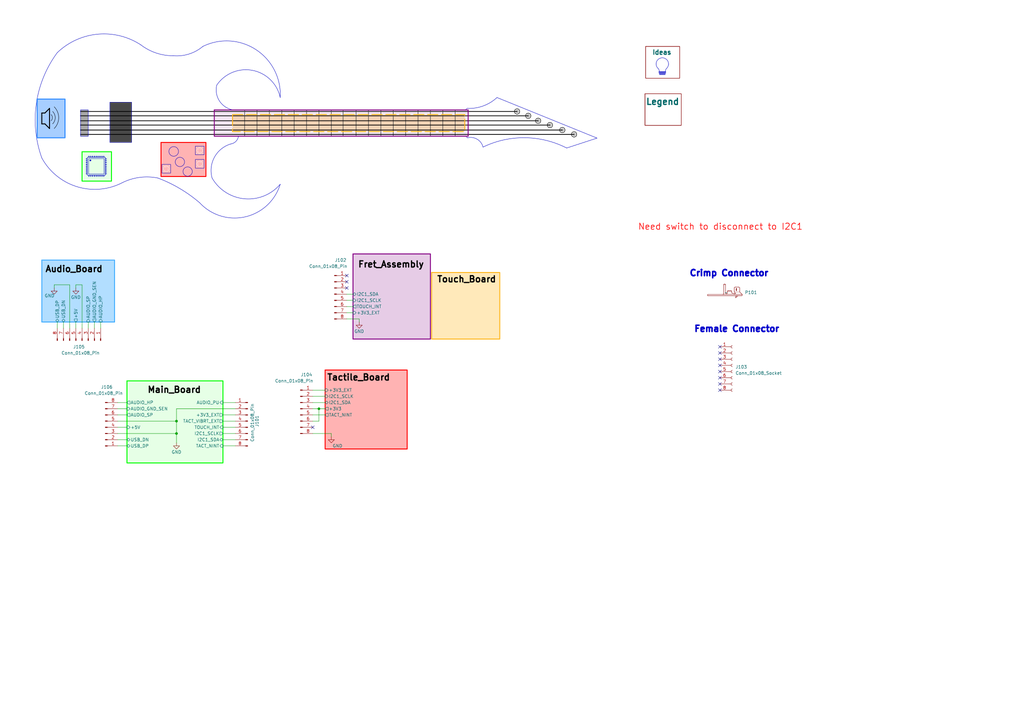
<source format=kicad_sch>
(kicad_sch (version 20230121) (generator eeschema)
  (paper "A3")
  (title_block (title "Root") (date "2023-08-07") (rev "1") (company "Beep Boop"))
  (lib_symbols
    (symbol "Beacon_Library:Crimp"
      (property "Reference" "P" (at 0 5.08 0))
      (symbol "Crimp_0_1"
        (arc (start -1.27 -0.762) (mid -1.0831 -0.6949) (end -1.016 -0.508))
        (arc (start -0.254 -0.254) (mid 0.127 -0.4841) (end 0.508 -0.254))
        (arc (start -0.254 3.302) (mid -0.635 3.5335) (end -1.016 3.302))
        (polyline (pts (xy -1.016 3.302) (xy -1.016 -0.508)))
        (polyline (pts (xy -0.254 -0.254) (xy -0.254 3.302)))
        (polyline (pts (xy 0.508 0.508) (xy 0.508 -0.254)))
        (polyline (pts (xy 2.032 0.762) (xy 0.762 0.762)))
        (polyline (pts (xy 2.286 0) (xy 2.286 0.508)))
        (polyline (pts (xy 3.302 1.778) (xy 3.302 0.508)))
        (polyline (pts (xy 3.556 -0.508) (xy 2.54 -0.254)))
        (polyline (pts (xy 3.556 0) (xy 3.81 -0.254)))
        (polyline (pts (xy 4.318 -1.27) (xy 4.826 -1.27)))
        (polyline (pts (xy 5.08 2.286) (xy 3.81 2.286)))
        (polyline (pts (xy 6.604 -1.016) (xy 6.604 -0.762) (xy 5.588 0.254) (xy 5.588 1.778)))
        (polyline (pts (xy -1.27 -0.762) (xy -7.62 -0.762) (xy -7.62 -1.27) (xy 4.318 -1.27) (xy 3.81 -1.778) (xy 3.937 -2.159) (xy 4.826 -1.27) (xy 6.35 -1.27)))
        (arc (start 0.762 0.762) (mid 0.5824 0.6876) (end 0.508 0.508))
        (arc (start 2.286 0) (mid 2.3687 -0.1713) (end 2.54 -0.254))
        (arc (start 2.286 0.508) (mid 2.2116 0.6876) (end 2.032 0.762))
        (arc (start 3.302 0.508) (mid 3.3807 0.2299) (end 3.556 0))
        (arc (start 3.556 -0.508) (mid 3.7654 -0.4634) (end 3.81 -0.254))
        (arc (start 3.81 2.286) (mid 3.4508 2.1372) (end 3.302 1.778))
        (arc (start 5.588 1.778) (mid 5.4392 2.1372) (end 5.08 2.286))
        (arc (start 6.35 -1.27) (mid 6.5296 -1.1956) (end 6.604 -1.016))
      )
      (symbol "Crimp_1_1"
        (polyline (pts (xy -1.143 -0.762) (xy 6.604 -0.762)))
        (polyline (pts (xy -0.254 3.302) (xy -1.016 3.302)) (stroke (width 0.0508)))
        (polyline (pts (xy 2.286 0.508) (xy 0.508 0.508)) (stroke (width 0.0508)))
        (polyline (pts (xy 5.588 0.254) (xy 3.429 0.254)) (stroke (width 0.0508)))
        (polyline (pts (xy 4.064 1.778) (xy 4.064 0.762) (xy 4.318 0.762) (xy 4.318 1.778) (xy 4.064 1.778)) (stroke (width 0.0762)) (fill (type outline)))
      )
    )
    (symbol "Connector:Conn_01x08_Pin" (pin_names (offset 1.016) hide)
      (property "Reference" "J" (at 0 10.16 0))
      (property "Value" "Conn_01x08_Pin" (at 0 -12.7 0))
      (symbol "Conn_01x08_Pin_1_1"
        (polyline (pts (xy 1.27 -10.16) (xy 0.8636 -10.16)) (stroke (width 0.1524)))
        (polyline (pts (xy 1.27 -7.62) (xy 0.8636 -7.62)) (stroke (width 0.1524)))
        (polyline (pts (xy 1.27 -5.08) (xy 0.8636 -5.08)) (stroke (width 0.1524)))
        (polyline (pts (xy 1.27 -2.54) (xy 0.8636 -2.54)) (stroke (width 0.1524)))
        (polyline (pts (xy 1.27 0) (xy 0.8636 0)) (stroke (width 0.1524)))
        (polyline (pts (xy 1.27 2.54) (xy 0.8636 2.54)) (stroke (width 0.1524)))
        (polyline (pts (xy 1.27 5.08) (xy 0.8636 5.08)) (stroke (width 0.1524)))
        (polyline (pts (xy 1.27 7.62) (xy 0.8636 7.62)) (stroke (width 0.1524)))
        (rectangle (start 0.8636 -10.033) (end 0 -10.287) (stroke (width 0.1524)) (fill (type outline)))
        (rectangle (start 0.8636 -7.493) (end 0 -7.747) (stroke (width 0.1524)) (fill (type outline)))
        (rectangle (start 0.8636 -4.953) (end 0 -5.207) (stroke (width 0.1524)) (fill (type outline)))
        (rectangle (start 0.8636 -2.413) (end 0 -2.667) (stroke (width 0.1524)) (fill (type outline)))
        (rectangle (start 0.8636 0.127) (end 0 -0.127) (stroke (width 0.1524)) (fill (type outline)))
        (rectangle (start 0.8636 2.667) (end 0 2.413) (stroke (width 0.1524)) (fill (type outline)))
        (rectangle (start 0.8636 5.207) (end 0 4.953) (stroke (width 0.1524)) (fill (type outline)))
        (rectangle (start 0.8636 7.747) (end 0 7.493) (stroke (width 0.1524)) (fill (type outline)))
        (pin passive line (at 5.08 7.62 180) (length 3.81) (name "Pin_1") (number "1"))
        (pin passive line (at 5.08 5.08 180) (length 3.81) (name "Pin_2") (number "2"))
        (pin passive line (at 5.08 2.54 180) (length 3.81) (name "Pin_3") (number "3"))
        (pin passive line (at 5.08 0 180) (length 3.81) (name "Pin_4") (number "4"))
        (pin passive line (at 5.08 -2.54 180) (length 3.81) (name "Pin_5") (number "5"))
        (pin passive line (at 5.08 -5.08 180) (length 3.81) (name "Pin_6") (number "6"))
        (pin passive line (at 5.08 -7.62 180) (length 3.81) (name "Pin_7") (number "7"))
        (pin passive line (at 5.08 -10.16 180) (length 3.81) (name "Pin_8") (number "8"))
      )
    )
    (symbol "Connector:Conn_01x08_Socket" (pin_names (offset 1.016) hide)
      (property "Reference" "J" (at 0 10.16 0))
      (property "Value" "Conn_01x08_Socket" (at 0 -12.7 0))
      (symbol "Conn_01x08_Socket_1_1"
        (arc (start 0 -9.652) (mid -0.5058 -10.16) (end 0 -10.668) (stroke (width 0.1524)))
        (arc (start 0 -7.112) (mid -0.5058 -7.62) (end 0 -8.128) (stroke (width 0.1524)))
        (arc (start 0 -4.572) (mid -0.5058 -5.08) (end 0 -5.588) (stroke (width 0.1524)))
        (arc (start 0 -2.032) (mid -0.5058 -2.54) (end 0 -3.048) (stroke (width 0.1524)))
        (polyline (pts (xy -1.27 -10.16) (xy -0.508 -10.16)) (stroke (width 0.1524)))
        (polyline (pts (xy -1.27 -7.62) (xy -0.508 -7.62)) (stroke (width 0.1524)))
        (polyline (pts (xy -1.27 -5.08) (xy -0.508 -5.08)) (stroke (width 0.1524)))
        (polyline (pts (xy -1.27 -2.54) (xy -0.508 -2.54)) (stroke (width 0.1524)))
        (polyline (pts (xy -1.27 0) (xy -0.508 0)) (stroke (width 0.1524)))
        (polyline (pts (xy -1.27 2.54) (xy -0.508 2.54)) (stroke (width 0.1524)))
        (polyline (pts (xy -1.27 5.08) (xy -0.508 5.08)) (stroke (width 0.1524)))
        (polyline (pts (xy -1.27 7.62) (xy -0.508 7.62)) (stroke (width 0.1524)))
        (arc (start 0 0.508) (mid -0.5058 0) (end 0 -0.508) (stroke (width 0.1524)))
        (arc (start 0 3.048) (mid -0.5058 2.54) (end 0 2.032) (stroke (width 0.1524)))
        (arc (start 0 5.588) (mid -0.5058 5.08) (end 0 4.572) (stroke (width 0.1524)))
        (arc (start 0 8.128) (mid -0.5058 7.62) (end 0 7.112) (stroke (width 0.1524)))
        (pin passive line (at -5.08 7.62 0) (length 3.81) (name "Pin_1") (number "1"))
        (pin passive line (at -5.08 5.08 0) (length 3.81) (name "Pin_2") (number "2"))
        (pin passive line (at -5.08 2.54 0) (length 3.81) (name "Pin_3") (number "3"))
        (pin passive line (at -5.08 0 0) (length 3.81) (name "Pin_4") (number "4"))
        (pin passive line (at -5.08 -2.54 0) (length 3.81) (name "Pin_5") (number "5"))
        (pin passive line (at -5.08 -5.08 0) (length 3.81) (name "Pin_6") (number "6"))
        (pin passive line (at -5.08 -7.62 0) (length 3.81) (name "Pin_7") (number "7"))
        (pin passive line (at -5.08 -10.16 0) (length 3.81) (name "Pin_8") (number "8"))
      )
    )
    (symbol "power:GND" (power) (pin_names (offset 0))
      (property "Value" "GND" (at 0 -3.81 0))
      (symbol "GND_0_1"
        (polyline (pts (xy 0 0) (xy 0 -1.27) (xy 1.27 -1.27) (xy 0 -2.54) (xy -1.27 -1.27) (xy 0 -1.27)))
      )
      (symbol "GND_1_1"
        (pin power_in line (at 0 0 270) (length 0) hide (name "GND") (number "1"))
      )
    )
  )
  (junction (at 72.39 177.8))
  (junction (at 72.39 172.72))
  (junction (at 130.81 167.64))
  (no_connect (at 295.275 152.4))
  (no_connect (at 142.24 113.03))
  (no_connect (at 295.275 144.78))
  (no_connect (at 295.275 142.24))
  (no_connect (at 295.275 160.02))
  (no_connect (at 128.27 175.26))
  (no_connect (at 295.275 147.32))
  (no_connect (at 295.275 154.94))
  (no_connect (at 142.24 115.57))
  (no_connect (at 295.275 157.48))
  (no_connect (at 142.24 118.11))
  (no_connect (at 295.275 149.86))
  (wire (pts (xy 130.81 167.64) (xy 130.81 172.72)))
  (wire (pts (xy 48.26 180.34) (xy 52.07 180.34)))
  (wire (pts (xy 142.24 120.65) (xy 144.78 120.65)))
  (polyline (pts (xy 33.02 45.72) (xy 212.09 45.72)) (stroke (width 0.3048) (color 0 0 0 1)))
  (wire (pts (xy 128.27 170.18) (xy 133.35 170.18)))
  (wire (pts (xy 147.32 130.81) (xy 147.32 132.08)))
  (wire (pts (xy 91.44 172.72) (xy 96.52 172.72)))
  (wire (pts (xy 91.44 170.18) (xy 96.52 170.18)))
  (polyline (pts (xy 120.65 45.212) (xy 120.65 55.88)) (stroke (width 0.2286) (color 72 72 72 1)))
  (wire (pts (xy 48.26 177.8) (xy 72.39 177.8)))
  (polyline (pts (xy 33.02 49.53) (xy 220.726 49.53)) (stroke (width 0.3048) (color 0 0 0 1)))
  (wire (pts (xy 91.44 182.88) (xy 96.52 182.88)))
  (wire (pts (xy 142.24 123.19) (xy 144.78 123.19)))
  (polyline (pts (xy 20.32 44.45) (xy 20.32 52.705)) (stroke (width 0.381) (color 0 0 0 1)))
  (wire (pts (xy 135.89 177.8) (xy 128.27 177.8)))
  (wire (pts (xy 31.115 132.08) (xy 31.115 134.62)))
  (wire (pts (xy 91.44 165.1) (xy 96.52 165.1)))
  (wire (pts (xy 128.27 167.64) (xy 130.81 167.64)))
  (polyline (pts (xy 151.13 45.212) (xy 151.13 55.88)) (stroke (width 0.2286) (color 72 72 72 1)))
  (polyline (pts (xy 33.02 55.118) (xy 235.458 55.118)) (stroke (width 0.3048) (color 0 0 0 1)))
  (wire (pts (xy 41.275 132.08) (xy 41.275 134.62)))
  (wire (pts (xy 36.195 132.08) (xy 36.195 134.62)))
  (wire (pts (xy 128.27 165.1) (xy 133.35 165.1)))
  (polyline (pts (xy 161.29 45.212) (xy 161.29 55.88)) (stroke (width 0.2286) (color 72 72 72 1)))
  (wire (pts (xy 31.115 116.84) (xy 31.115 118.11)))
  (polyline (pts (xy 186.69 45.212) (xy 186.69 55.88)) (stroke (width 0.2286) (color 72 72 72 1)))
  (wire (pts (xy 38.735 132.08) (xy 38.735 134.62)))
  (wire (pts (xy 72.39 172.72) (xy 72.39 177.8)))
  (polyline (pts (xy 18.415 50.8) (xy 20.32 52.705)) (stroke (width 0.381) (color 0 0 0 1)))
  (polyline (pts (xy 203.835 40.005) (xy 244.856 56.642)))
  (polyline (pts (xy 135.89 45.212) (xy 135.89 55.88)) (stroke (width 0.2286) (color 72 72 72 1)))
  (wire (pts (xy 26.035 132.08) (xy 26.035 134.62)))
  (wire (pts (xy 91.44 175.26) (xy 96.52 175.26)))
  (polyline (pts (xy 105.41 45.212) (xy 105.41 55.88)) (stroke (width 0.2286) (color 72 72 72 1)))
  (wire (pts (xy 22.225 116.84) (xy 28.575 116.84)))
  (wire (pts (xy 91.44 177.8) (xy 96.52 177.8)))
  (polyline (pts (xy 156.21 45.212) (xy 156.21 55.88)) (stroke (width 0.2286) (color 72 72 72 1)))
  (wire (pts (xy 135.89 179.07) (xy 135.89 177.8)))
  (polyline (pts (xy 166.37 45.212) (xy 166.37 55.88)) (stroke (width 0.2286) (color 72 72 72 1)))
  (wire (pts (xy 48.26 172.72) (xy 72.39 172.72)))
  (wire (pts (xy 48.26 167.64) (xy 52.07 167.64)))
  (wire (pts (xy 72.39 167.64) (xy 72.39 172.72)))
  (wire (pts (xy 48.26 170.18) (xy 52.07 170.18)))
  (wire (pts (xy 128.27 172.72) (xy 130.81 172.72)))
  (wire (pts (xy 128.27 160.02) (xy 133.35 160.02)))
  (wire (pts (xy 22.225 116.84) (xy 22.225 118.11)))
  (wire (pts (xy 33.655 116.84) (xy 33.655 134.62)))
  (wire (pts (xy 142.24 130.81) (xy 147.32 130.81)))
  (polyline (pts (xy 17.145 50.8) (xy 18.415 50.8)) (stroke (width 0.381) (color 0 0 0 1)))
  (polyline (pts (xy 270.256 29.7942) (xy 273.05 29.7942)) (stroke (width 0.254)))
  (wire (pts (xy 91.44 180.34) (xy 96.52 180.34)))
  (polyline (pts (xy 171.45 45.212) (xy 171.45 55.88)) (stroke (width 0.2286) (color 72 72 72 1)))
  (polyline (pts (xy 33.02 51.308) (xy 225.552 51.308)) (stroke (width 0.3048) (color 0 0 0 1)))
  (polyline (pts (xy 270.383 30.1752) (xy 272.923 30.1752)) (stroke (width 0.254)))
  (wire (pts (xy 142.24 125.73) (xy 144.78 125.73)))
  (polyline (pts (xy 244.856 56.642) (xy 232.41 60.706)))
  (polyline (pts (xy 33.02 53.34) (xy 230.632 53.34)) (stroke (width 0.3048) (color 0 0 0 1)))
  (wire (pts (xy 31.115 116.84) (xy 33.655 116.84)))
  (polyline (pts (xy 181.61 45.212) (xy 181.61 55.88)) (stroke (width 0.2286) (color 72 72 72 1)))
  (polyline (pts (xy 20.32 44.45) (xy 18.415 46.355)) (stroke (width 0.381) (color 0 0 0 1)))
  (polyline (pts (xy 270.51 30.5562) (xy 272.796 30.5562)) (stroke (width 0.254)))
  (wire (pts (xy 48.26 165.1) (xy 52.07 165.1)))
  (wire (pts (xy 48.26 175.26) (xy 52.07 175.26)))
  (polyline (pts (xy 33.02 47.498) (xy 216.662 47.498)) (stroke (width 0.3048) (color 0 0 0 1)))
  (polyline (pts (xy 125.73 45.212) (xy 125.73 55.88)) (stroke (width 0.2286) (color 72 72 72 1)))
  (polyline (pts (xy 115.57 45.212) (xy 115.57 55.88)) (stroke (width 0.2286) (color 72 72 72 1)))
  (wire (pts (xy 72.39 167.64) (xy 96.52 167.64)))
  (polyline (pts (xy 140.716 45.212) (xy 140.716 55.88)) (stroke (width 0.2286) (color 72 72 72 1)))
  (polyline (pts (xy 100.33 45.212) (xy 100.33 55.88)) (stroke (width 0.2286) (color 72 72 72 1)))
  (wire (pts (xy 128.27 162.56) (xy 133.35 162.56)))
  (polyline (pts (xy 18.415 46.355) (xy 17.145 46.355)) (stroke (width 0.381) (color 0 0 0 1)))
  (wire (pts (xy 142.24 128.27) (xy 144.78 128.27)))
  (wire (pts (xy 28.575 116.84) (xy 28.575 134.62)))
  (wire (pts (xy 130.81 167.64) (xy 133.35 167.64)))
  (polyline (pts (xy 110.49 45.212) (xy 110.49 55.88)) (stroke (width 0.2286) (color 72 72 72 1)))
  (polyline (pts (xy 146.05 45.212) (xy 146.05 55.88)) (stroke (width 0.2286) (color 72 72 72 1)))
  (wire (pts (xy 23.495 132.08) (xy 23.495 134.62)))
  (polyline (pts (xy 17.145 46.355) (xy 17.145 50.8)) (stroke (width 0.381) (color 0 0 0 1)))
  (polyline (pts (xy 176.53 45.212) (xy 176.53 55.88)) (stroke (width 0.2286) (color 72 72 72 1)))
  (polyline (pts (xy 130.81 45.212) (xy 130.81 55.88)) (stroke (width 0.2286) (color 72 72 72 1)))
  (wire (pts (xy 72.39 177.8) (xy 72.39 181.61)))
  (wire (pts (xy 48.26 182.88) (xy 52.07 182.88)))
  (polyline (pts (xy 270.256 29.4132) (xy 273.05 29.4132)) (stroke (width 0.254)))
  (rectangle (start 35.814 70.358) (end 35.306 70.612))
  (rectangle (start 36.322 71.882) (end 36.576 72.39))
  (arc (start 191.77 56.515) (mid 195.7307 57.107) (end 198.12 60.325))
  (arc (start 203.835 40.005) (mid 198.2445 43.427) (end 191.77 44.45))
  (circle (center 76.962 70.358) (radius 1.905))
  (rectangle (start 40.894 71.882) (end 41.148 72.39))
  (arc (start 71.12 22.86) (mid 64.0815 21.7506) (end 57.785 18.415))
  (arc (start 269.875 28.0162) (mid 270.2869 28.6576) (end 270.383 29.4132))
  (arc (start 50.165 74.93) (mid 57.3084 72.7574) (end 64.77 73.025))
  (rectangle (start 43.688 69.596) (end 43.18 69.85))
  (circle (center 80.645 68.453) (radius 0.0001) (stroke (width 0) (color 255 255 255 1)))
  (rectangle (start 43.688 66.548) (end 43.18 66.802))
  (rectangle (start 35.814 67.31) (end 35.306 67.564))
  (circle (center 83.185 65.913) (radius 0.0001) (stroke (width 0) (color 255 255 255 1)))
  (arc (start 83.185 19.05) (mid 105.0715 20.4192) (end 114.935 40.005))
  (rectangle (start 35.814 68.834) (end 35.306 69.088))
  (rectangle (start 87.884 45.085) (end 192.024 55.88) (stroke (width 0.381) (color 132 0 132 1)) (fill (type color) (color 132 0 132 0.1)))
  (circle (center 69.469 70.485) (radius 0.0001) (stroke (width 0) (color 255 255 255 1)))
  (arc (start 50.165 74.93) (mid 31.5869 76.5714) (end 17.145 64.77))
  (circle (center 220.726 49.53) (radius 1.1359) (stroke (width 0) (color 0 0 0 1)) (fill (type color) (color 194 194 194 1)))
  (arc (start 274.193 26.4922) (mid 273.9355 27.3158) (end 273.431 28.0162))
  (circle (center 73.787 66.421) (radius 1.905))
  (rectangle (start 39.37 64.008) (end 39.624 64.516))
  (rectangle (start 35.814 64.516) (end 43.18 71.882))
  (circle (center 216.662 47.498) (radius 1.1359) (stroke (width 0) (color 0 0 0 1)) (fill (type color) (color 194 194 194 1)))
  (circle (center 71.247 62.103) (radius 1.9716))
  (rectangle (start 43.688 70.358) (end 43.18 70.612))
  (circle (center 80.645 65.913) (radius 0.0001) (stroke (width 0) (color 255 255 255 1)))
  (arc (start 83.185 19.05) (mid 77.5306 22.1517) (end 71.12 22.86))
  (rectangle (start 43.688 65.024) (end 43.18 65.278))
  (arc (start 97.79 55.88) (mid 96.7345 57.9995) (end 94.615 59.055))
  (circle (center 69.469 67.945) (radius 0.0001) (stroke (width 0) (color 255 255 255 1)))
  (arc (start 269.875 28.0162) (mid 269.3603 27.3241) (end 269.113 26.4982))
  (rectangle (start 42.418 71.882) (end 42.672 72.39))
  (circle (center 83.185 60.452) (radius 0.0001) (stroke (width 0) (color 255 255 255 1)))
  (circle (center 68.199 69.215) (radius 1.15) (stroke (width 0) (color 255 255 255 1)))
  (rectangle (start 35.814 68.072) (end 35.306 68.326))
  (circle (center 37.084 65.786) (radius 0.254) (stroke (width 0) (color 0 0 194 1)) (fill (type color) (color 0 0 194 1)))
  (rectangle (start 80.137 65.405) (end 83.693 68.961))
  (rectangle (start 33.02 45.085) (end 36.195 55.88) (fill (type color) (color 132 132 132 0.7)))
  (rectangle (start 43.688 65.786) (end 43.18 66.04))
  (circle (center 212.09 45.72) (radius 1.1359) (stroke (width 0) (color 0 0 0 1)) (fill (type color) (color 194 194 194 1)))
  (arc (start 23.495 21.59) (mid 40.0862 14.0218) (end 57.785 18.415))
  (circle (center 225.552 51.308) (radius 1.1359) (stroke (width 0) (color 0 0 0 1)) (fill (type color) (color 194 194 194 1)))
  (rectangle (start 95.377 46.99) (end 190.627 53.975) (stroke (width 0.381) (type dash) (color 255 183 28 1)) (fill (type color) (color 255 183 28 0.3)))
  (arc (start 191.1096 44.9072) (mid 191.3696 44.5772) (end 191.77 44.45))
  (rectangle (start 35.814 65.786) (end 35.306 66.04))
  (rectangle (start 36.322 64.008) (end 36.576 64.516))
  (rectangle (start 38.608 71.882) (end 38.862 72.39))
  (circle (center 80.645 60.452) (radius 0.0001) (stroke (width 0) (color 255 255 255 1)))
  (circle (center 83.185 62.992) (radius 0.0001) (stroke (width 0) (color 255 255 255 1)))
  (rectangle (start 177.038 111.76) (end 204.978 139.065) (stroke (width 0.381) (color 255 183 28 1)) (fill (type color) (color 255 183 28 0.3019607843)))
  (rectangle (start 35.814 66.548) (end 35.306 66.802))
  (rectangle (start 40.132 71.882) (end 40.386 72.39))
  (rectangle (start 40.894 64.008) (end 41.148 64.516))
  (rectangle (start 66.04 58.42) (end 84.455 72.39) (stroke (width 0.381) (color 255 0 0 1)) (fill (type color) (color 255 0 0 0.3)))
  (rectangle (start 45.085 41.91) (end 53.975 58.42) (fill (type color) (color 72 72 72 1)))
  (arc (start 64.77 73.025) (mid 73.7877 77.3538) (end 81.915 83.185))
  (arc (start 272.923 29.4132) (mid 273.0287 28.6609) (end 273.431 28.0162))
  (rectangle (start 39.37 71.882) (end 39.624 72.39))
  (arc (start 191.77 56.515) (mid 191.4793 56.3325) (end 191.3128 56.0324))
  (rectangle (start 43.688 67.31) (end 43.18 67.564))
  (rectangle (start 37.084 64.008) (end 37.338 64.516))
  (rectangle (start 37.846 71.882) (end 38.1 72.39))
  (rectangle (start 37.084 71.882) (end 37.338 72.39))
  (arc (start 86.995 73.025) (mid 87.9515 64.4836) (end 94.615 59.055))
  (rectangle (start 40.132 64.008) (end 40.386 64.516))
  (rectangle (start 35.814 69.596) (end 35.306 69.85))
  (rectangle (start 37.846 64.008) (end 38.1 64.516))
  (rectangle (start 43.688 68.072) (end 43.18 68.326))
  (rectangle (start 15.24 40.64) (end 26.67 56.515) (stroke (width 0.381) (color 35 132 255 1)) (fill (type color) (color 35 132 255 0.4)))
  (arc (start 198.12 60.325) (mid 215.3097 56.4885) (end 232.41 60.706))
  (arc (start 17.145 64.77) (mid 14.9184 42.3857) (end 23.495 21.59))
  (circle (center 83.185 68.453) (radius 0.0001) (stroke (width 0) (color 255 255 255 1)))
  (circle (center 230.632 53.34) (radius 1.1359) (stroke (width 0) (color 0 0 0 1)) (fill (type color) (color 194 194 194 1)))
  (arc (start 21.59 45.72) (mid 22.6421 48.26) (end 21.59 50.8) (stroke (width 0) (color 0 0 0 1)))
  (rectangle (start 38.608 64.008) (end 38.862 64.516))
  (circle (center 81.915 61.722) (radius 1.15) (stroke (width 0) (color 255 255 255 1)))
  (rectangle (start 36.322 65.024) (end 42.672 71.374))
  (arc (start 22.225 43.815) (mid 24.0662 48.26) (end 22.225 52.705) (stroke (width 0) (color 0 0 0 1)))
  (rectangle (start 35.814 71.12) (end 35.306 71.374))
  (circle (center 80.645 62.992) (radius 0.0001) (stroke (width 0) (color 255 255 255 1)))
  (rectangle (start 41.656 71.882) (end 41.91 72.39))
  (arc (start 114.935 75.565) (mid 100.6291 88.9262) (end 81.915 83.185))
  (rectangle (start 80.137 59.944) (end 83.693 63.5))
  (rectangle (start 42.418 64.008) (end 42.672 64.516))
  (arc (start 269.113 25.9842) (mid 271.7145 23.7214) (end 274.193 26.1112))
  (circle (center 66.929 67.945) (radius 0.0001) (stroke (width 0) (color 255 255 255 1)))
  (rectangle (start 43.688 68.834) (end 43.18 69.088))
  (rectangle (start 35.814 65.024) (end 35.306 65.278))
  (arc (start 114.935 75.565) (mid 100.3071 81.5301) (end 86.995 73.025))
  (rectangle (start 33.655 62.23) (end 45.72 74.295) (stroke (width 0.381) (color 0 255 0 1)) (fill (type color) (color 0 255 0 0.1)))
  (rectangle (start 43.688 71.12) (end 43.18 71.374))
  (arc (start 20.955 46.99) (mid 21.481 48.26) (end 20.955 49.53) (stroke (width 0) (color 0 0 0 1)))
  (rectangle (start 41.656 64.008) (end 41.91 64.516))
  (circle (center 81.915 67.183) (radius 1.15) (stroke (width 0) (color 255 255 255 1)))
  (circle (center 66.929 70.485) (radius 0.0001) (stroke (width 0) (color 255 255 255 1)))
  (arc (start 88.9 34.925) (mid 103.5949 28.8691) (end 114.935 40.005))
  (arc (start 94.996 44.958) (mid 89.8761 41.2003) (end 88.9 34.925))
  (arc (start 269.113 26.4922) (mid 269.0966 26.2382) (end 269.113 25.9842))
  (circle (center 235.458 55.118) (radius 1.1359) (stroke (width 0) (color 0 0 0 1)) (fill (type color) (color 194 194 194 1)))
  (arc (start 274.193 26.1112) (mid 274.2065 26.3017) (end 274.193 26.4922))
  (rectangle (start 66.421 67.437) (end 69.977 70.993))
  (text "Crimp Connector" (at 282.575 113.665 0) (effects (font (size 2.54 2.54) (thickness 1.016) bold) (justify left bottom)))
  (text "Need switch to disconnect to I2C1" (at 261.62 94.615 0) (effects (font (size 2.54 2.54) (thickness 0.254) bold) (justify left bottom)))
  (text "Female Connector" (at 284.48 136.525 0) (effects (font (size 2.54 2.54) (thickness 1.016) bold) (justify left bottom)))
  (text "Touch_Board" (at 179.07 116.205 0) (effects (font (size 2.54 2.54) (thickness 0.508) bold) (justify left bottom)))
  (symbol (lib_id "power:GND") (at 22.225 118.11 0) (unit 1)
    (property "Reference" "#PWR0105" (effects hide))
    (property "Value" "GND" (at 20.32 121.285 0))
  )
  (symbol (lib_id "Beacon_Library:Crimp") (at 297.815 120.015 0) (unit 1) (on_board no)
    (property "Reference" "P101" (at 305.435 119.9627 0) (effects (justify left)))
    (property "Value" "~" (at 297.815 120.015 0))
    (property "Datasheet" "https://www.mouser.com/ProductDetail/EDAC/140-941-290?qs=zW32dvEIR3ud7XXYSmPSVA%3D%3D" (effects hide))
    (property "Qty" "10" (effects hide))
  )
  (symbol (lib_id "Connector:Conn_01x08_Socket") (at 300.355 149.86 0) (unit 1) (in_bom no) (on_board no)
    (property "Reference" "J103" (at 301.625 150.495 0) (effects (justify left)))
    (property "Value" "Conn_01x08_Socket" (at 301.625 153.035 0) (effects (justify left)))
    (property "Datasheet" "https://www.mouser.com/ProductDetail/EDAC/140-508-210-011?qs=zW32dvEIR3u0k%2FfNT1iVBw%3D%3D" (effects hide))
  )
  (symbol (lib_id "power:GND") (at 72.39 181.61 0) (unit 1)
    (property "Reference" "#PWR0104" (effects hide))
    (property "Value" "GND" (at 72.39 185.42 0))
  )
  (symbol (lib_id "power:GND") (at 31.115 118.11 0) (unit 1)
    (property "Reference" "#PWR0302" (effects hide))
    (property "Value" "GND" (at 31.115 121.92 0))
  )
  (symbol (lib_id "Connector:Conn_01x08_Pin") (at 137.16 120.65 0) (unit 1)
    (property "Reference" "J102" (at 139.7 106.68 0))
    (property "Value" "Conn_01x08_Pin" (at 134.62 109.22 0))
    (property "Footprint" "Footprint_Library:CONN_1x08_P2.00mm_Horizontal" (effects hide))
    (property "Datasheet" "https://www.mouser.com/ProductDetail/EDAC/140-508-210-011?qs=zW32dvEIR3u0k%2FfNT1iVBw%3D%3D" (effects hide))
  )
  (symbol (lib_id "power:GND") (at 147.32 132.08 0) (unit 1)
    (property "Reference" "#PWR0102" (effects hide))
    (property "Value" "GND" (at 147.32 135.89 0))
  )
  (symbol (lib_id "Connector:Conn_01x08_Pin") (at 123.19 167.64 0) (unit 1)
    (property "Reference" "J104" (at 125.73 153.67 0))
    (property "Value" "Conn_01x08_Pin" (at 120.65 156.21 0))
    (property "Footprint" "Footprint_Library:CONN_1x08_P2.00mm_Horizontal" (effects hide))
    (property "Datasheet" "https://www.mouser.com/ProductDetail/EDAC/140-508-210-011?qs=zW32dvEIR3u0k%2FfNT1iVBw%3D%3D" (effects hide))
  )
  (symbol (lib_id "power:GND") (at 135.89 179.07 0) (mirror y) (unit 1)
    (property "Reference" "#PWR0103" (effects hide))
    (property "Value" "GND" (at 138.43 182.88 0))
  )
  (symbol (lib_id "Connector:Conn_01x08_Pin") (at 43.18 175.26 0) (mirror x) (unit 1)
    (property "Reference" "J106" (at 43.815 158.75 0))
    (property "Value" "Conn_01x08_Pin" (at 42.545 161.29 0))
    (property "Footprint" "Footprint_Library:CONN_1x08_P2.00mm_Horizontal" (effects hide))
    (property "Datasheet" "https://www.mouser.com/ProductDetail/EDAC/140-508-210-011?qs=zW32dvEIR3u0k%2FfNT1iVBw%3D%3D" (effects hide))
  )
  (symbol (lib_id "Connector:Conn_01x08_Pin") (at 33.655 139.7 270) (mirror x) (unit 1)
    (property "Reference" "J105" (at 32.385 142.24 90))
    (property "Value" "Conn_01x08_Pin" (at 33.02 144.78 90))
    (property "Footprint" "Footprint_Library:CONN_1x08_P2.00mm_Horizontal" (effects hide))
    (property "Datasheet" "https://www.mouser.com/ProductDetail/EDAC/140-508-210-011?qs=zW32dvEIR3u0k%2FfNT1iVBw%3D%3D" (effects hide))
  )
  (symbol (lib_id "Connector:Conn_01x08_Pin") (at 101.6 172.72 0) (mirror y) (unit 1)
    (property "Reference" "J101" (at 105.41 172.72 90))
    (property "Value" "Conn_01x08_Pin" (at 103.505 173.355 90))
    (property "Footprint" "Footprint_Library:CONN_1x08_P2.00mm_Horizontal" (effects hide))
    (property "Datasheet" "https://www.mouser.com/ProductDetail/EDAC/140-508-210-011?qs=zW32dvEIR3u0k%2FfNT1iVBw%3D%3D" (effects hide))
  )
  (sheet (at 264.795 19.05) (size 13.97 13.0302) (stroke (width 0.1524))
    (property "Sheetname" "Ideas" (at 267.462 22.5552 0) (effects (font (size 1.905 1.905) bold) (justify left bottom)))
    (property "Sheetfile" "Ideas.kicad_sch" (effects hide))
  )
  (sheet (at 52.07 156.21) (size 39.37 33.655) (stroke (width 0.381) (color 0 255 0 1)) (fill (color 0 255 0 0.1000))
    (property "Sheetname" "Main_Board" (at 60.325 161.29 0) (effects (font (size 2.54 2.54) bold) (justify left bottom)))
    (property "Sheetfile" "Main_Board.kicad_sch" (effects hide))
    (pin "TOUCH_INT" input (at 91.44 175.26 0))
    (pin "I2C1_SCLK" output (at 91.44 177.8 0))
    (pin "I2C1_SDA" bidirectional (at 91.44 180.34 0))
    (pin "TACT_VIBRT_EXT" output (at 91.44 172.72 0))
    (pin "TACT_NINT" input (at 91.44 182.88 0))
    (pin "+3V3_EXT" output (at 91.44 170.18 0))
    (pin "USB_DP" bidirectional (at 52.07 182.88 180))
    (pin "USB_DN" bidirectional (at 52.07 180.34 180))
    (pin "+5V" input (at 52.07 175.26 180))
    (pin "AUDIO_SP" output (at 52.07 170.18 180))
    (pin "AUDIO_PU" input (at 91.44 165.1 0))
    (pin "AUDIO_GND_SEN" input (at 52.07 167.64 180))
    (pin "AUDIO_HP" output (at 52.07 165.1 180))
  )
  (sheet (at 133.35 151.765) (size 33.655 32.385) (stroke (width 0.381) (color 255 0 0 1)) (fill (color 255 0 0 0.3000))
    (property "Sheetname" "Tactile_Board" (at 133.985 156.21 0) (effects (font (size 2.54 2.54) bold) (justify left bottom)))
    (property "Sheetfile" "Tactile_Board.kicad_sch" (effects hide))
    (pin "I2C1_SCLK" input (at 133.35 162.56 180))
    (pin "I2C1_SDA" bidirectional (at 133.35 165.1 180))
    (pin "TACT_NINT" output (at 133.35 170.18 180))
    (pin "+3V3_EXT" input (at 133.35 160.02 180))
    (pin "+3V3" output (at 133.35 167.64 180))
  )
  (sheet (at 17.145 106.68) (size 29.845 25.4) (stroke (width 0.381) (color 64 172 255 1)) (fill (color 64 172 255 0.4000))
    (property "Sheetname" "Audio_Board" (at 18.415 111.76 0) (effects (font (size 2.54 2.54) bold) (justify left bottom)))
    (property "Sheetfile" "Audio_Board.kicad_sch" (effects hide))
    (pin "USB_DP" bidirectional (at 23.495 132.08 270))
    (pin "USB_DN" bidirectional (at 26.035 132.08 270))
    (pin "AUDIO_GND_SEN" output (at 38.735 132.08 270))
    (pin "AUDIO_SP" input (at 36.195 132.08 270))
    (pin "+5V" output (at 31.115 132.08 270))
    (pin "AUDIO_HP" input (at 41.275 132.08 270))
  )
  (sheet (at 264.541 38.4302) (size 14.859 13.0048) (stroke (width 0.1524))
    (property "Sheetname" "Legend" (at 264.795 43.18 0) (effects (font (size 2.54 2.54) bold) (justify left bottom)))
    (property "Sheetfile" "Legend.kicad_sch" (effects hide))
  )
  (sheet (at 144.78 104.14) (size 31.75 34.925) (stroke (width 0.381) (color 132 0 132 1)) (fill (color 132 0 132 0.2000))
    (property "Sheetname" "Fret_Assembly" (at 146.685 109.855 0) (effects (font (size 2.54 2.54) bold) (justify left bottom)))
    (property "Sheetfile" "Fret_Assembly.kicad_sch" (effects hide))
    (pin "I2C1_SCLK" input (at 144.78 123.19 180))
    (pin "+3V3_EXT" input (at 144.78 128.27 180))
    (pin "I2C1_SDA" bidirectional (at 144.78 120.65 180))
    (pin "TOUCH_INT" output (at 144.78 125.73 180))
  )
)
</source>
